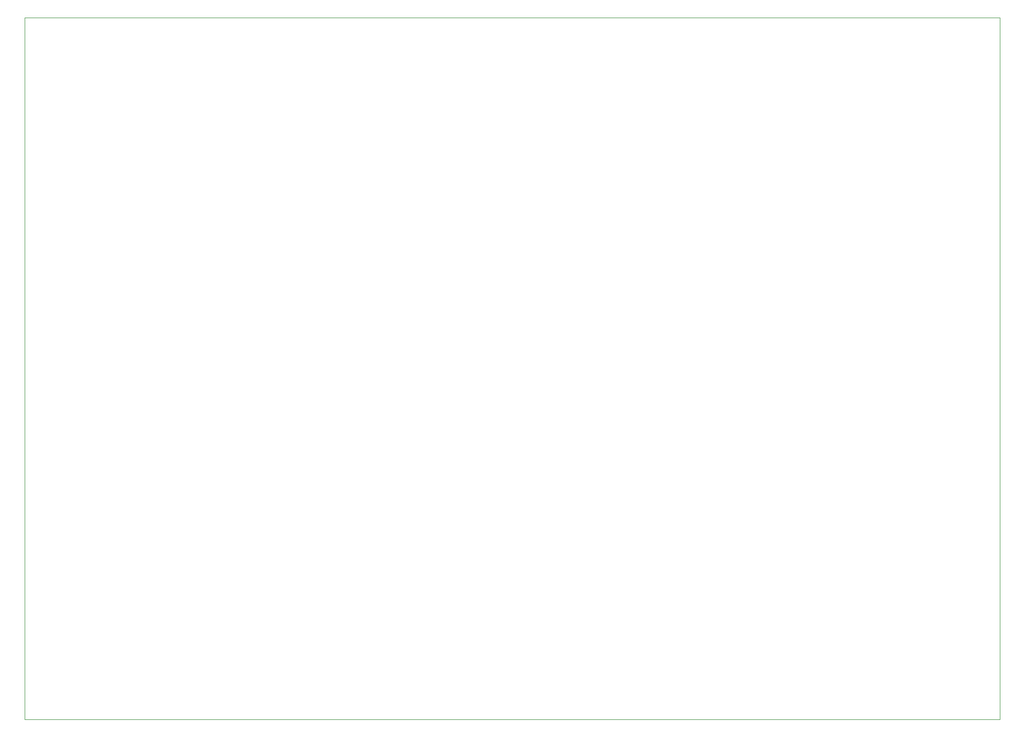
<source format=gko>
G75*
G70*
%OFA0B0*%
%FSLAX25Y25*%
%IPPOS*%
%LPD*%
%AMOC8*
5,1,8,0,0,1.08239X$1,22.5*
%
%ADD81C,0.00197*%
X0000000Y0000000D02*
%LPD*%
G01*
D81*
X0000000Y0464567D02*
X0645669Y0464567D01*
X0645669Y0000000D01*
X0000000Y0000000D01*
X0000000Y0464567D01*
X0600012Y0330500D02*
G01*
G75*
X0347933Y0110728D02*
G01*
G75*
X0292224Y0090256D02*
G01*
G75*
X0420768Y0109547D02*
G01*
G75*
X0146457Y0215748D02*
G01*
G75*
X0349606Y0338681D02*
G01*
G75*
X0363511Y0338702D02*
G01*
G75*
M02*

</source>
